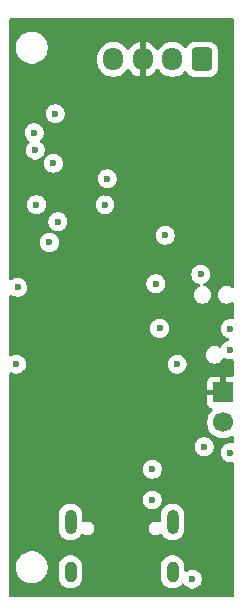
<source format=gbr>
%TF.GenerationSoftware,KiCad,Pcbnew,9.0.2*%
%TF.CreationDate,2025-06-14T09:22:04-04:00*%
%TF.ProjectId,plimsoll,706c696d-736f-46c6-9c2e-6b696361645f,rev?*%
%TF.SameCoordinates,Original*%
%TF.FileFunction,Copper,L3,Inr*%
%TF.FilePolarity,Positive*%
%FSLAX46Y46*%
G04 Gerber Fmt 4.6, Leading zero omitted, Abs format (unit mm)*
G04 Created by KiCad (PCBNEW 9.0.2) date 2025-06-14 09:22:04*
%MOMM*%
%LPD*%
G01*
G04 APERTURE LIST*
G04 Aperture macros list*
%AMRoundRect*
0 Rectangle with rounded corners*
0 $1 Rounding radius*
0 $2 $3 $4 $5 $6 $7 $8 $9 X,Y pos of 4 corners*
0 Add a 4 corners polygon primitive as box body*
4,1,4,$2,$3,$4,$5,$6,$7,$8,$9,$2,$3,0*
0 Add four circle primitives for the rounded corners*
1,1,$1+$1,$2,$3*
1,1,$1+$1,$4,$5*
1,1,$1+$1,$6,$7*
1,1,$1+$1,$8,$9*
0 Add four rect primitives between the rounded corners*
20,1,$1+$1,$2,$3,$4,$5,0*
20,1,$1+$1,$4,$5,$6,$7,0*
20,1,$1+$1,$6,$7,$8,$9,0*
20,1,$1+$1,$8,$9,$2,$3,0*%
G04 Aperture macros list end*
%TA.AperFunction,ComponentPad*%
%ADD10R,1.700000X1.700000*%
%TD*%
%TA.AperFunction,ComponentPad*%
%ADD11C,1.700000*%
%TD*%
%TA.AperFunction,ComponentPad*%
%ADD12RoundRect,0.250000X0.600000X0.725000X-0.600000X0.725000X-0.600000X-0.725000X0.600000X-0.725000X0*%
%TD*%
%TA.AperFunction,ComponentPad*%
%ADD13O,1.700000X1.950000*%
%TD*%
%TA.AperFunction,HeatsinkPad*%
%ADD14O,1.000000X2.100000*%
%TD*%
%TA.AperFunction,HeatsinkPad*%
%ADD15O,1.000000X1.800000*%
%TD*%
%TA.AperFunction,ViaPad*%
%ADD16C,0.600000*%
%TD*%
G04 APERTURE END LIST*
D10*
%TO.N,GND*%
%TO.C,J4*%
X38600000Y-52200000D03*
D11*
%TO.N,VBUS*%
X38600000Y-54740000D03*
%TD*%
D12*
%TO.N,/Signal+*%
%TO.C,J3*%
X36800000Y-24000000D03*
D13*
%TO.N,/Signal-*%
X34300000Y-24000000D03*
%TO.N,GND*%
X31800000Y-24000000D03*
%TO.N,+3.3VADC*%
X29300000Y-24000000D03*
%TD*%
D14*
%TO.N,Net-(J2-SHIELD)*%
%TO.C,J2*%
X25680000Y-63180000D03*
D15*
X25680000Y-67380000D03*
D14*
X34320000Y-63180000D03*
D15*
X34320000Y-67380000D03*
%TD*%
D16*
%TO.N,GND*%
X34700000Y-34000000D03*
X24200000Y-35556000D03*
X20800000Y-37700000D03*
X24600000Y-41600000D03*
X27800000Y-48400000D03*
X30800000Y-31300000D03*
X30800000Y-35300000D03*
X22200000Y-40100000D03*
X38400000Y-31100000D03*
X35200000Y-30400000D03*
X38100000Y-66800000D03*
X20800000Y-31100000D03*
X32600000Y-53900000D03*
X29900000Y-61059000D03*
X36000000Y-51800000D03*
X26600000Y-40800000D03*
X21400000Y-63600000D03*
X37600000Y-36800000D03*
X25174110Y-31600002D03*
X29000000Y-47600000D03*
X35800000Y-52600000D03*
X21100000Y-45300000D03*
X27200000Y-60900000D03*
X33700000Y-37700000D03*
X39200000Y-45700000D03*
X28800000Y-35300000D03*
X32600000Y-52600000D03*
X35800000Y-54300000D03*
X25200000Y-27000000D03*
X32000000Y-44000000D03*
X34500000Y-61200000D03*
X24800000Y-48000000D03*
X37900000Y-62600000D03*
%TO.N,VBUS*%
X32600000Y-61300000D03*
X36700000Y-42200000D03*
X37000000Y-56800000D03*
X32600000Y-58700000D03*
%TO.N,+3V3*%
X22800000Y-36300000D03*
X39200000Y-48600000D03*
X24601000Y-37735526D03*
X33700000Y-38900000D03*
X34700000Y-49800000D03*
X28600000Y-36300000D03*
X21200000Y-43300000D03*
X24236486Y-32800000D03*
X39200000Y-57300000D03*
X21100000Y-49800000D03*
%TO.N,/nRESET*%
X33219558Y-46776638D03*
X39200000Y-46800000D03*
%TO.N,/BOOT0*%
X23900000Y-39500000D03*
X32900000Y-43000000D03*
%TO.N,Net-(J2-SHIELD)*%
X36000000Y-68000000D03*
%TO.N,Net-(JP1-C)*%
X22600000Y-30200000D03*
%TO.N,Net-(JP2-C)*%
X24400000Y-28600000D03*
%TO.N,Net-(U6-XI)*%
X22700000Y-31674998D03*
X28800000Y-34100000D03*
%TD*%
%TA.AperFunction,Conductor*%
%TO.N,GND*%
G36*
X39442539Y-20520185D02*
G01*
X39488294Y-20572989D01*
X39499500Y-20624500D01*
X39499500Y-43214313D01*
X39479815Y-43281352D01*
X39427011Y-43327107D01*
X39357853Y-43337051D01*
X39306610Y-43317415D01*
X39234280Y-43269086D01*
X39234266Y-43269078D01*
X39118563Y-43221153D01*
X39098542Y-43212860D01*
X39098538Y-43212859D01*
X39098534Y-43212858D01*
X38954459Y-43184200D01*
X38954455Y-43184200D01*
X38807545Y-43184200D01*
X38807540Y-43184200D01*
X38663465Y-43212858D01*
X38663455Y-43212861D01*
X38527733Y-43269078D01*
X38527724Y-43269083D01*
X38405580Y-43350698D01*
X38405576Y-43350701D01*
X38301701Y-43454576D01*
X38301698Y-43454580D01*
X38220083Y-43576724D01*
X38220078Y-43576733D01*
X38163861Y-43712455D01*
X38163858Y-43712465D01*
X38135200Y-43856540D01*
X38135200Y-44003459D01*
X38163858Y-44147534D01*
X38163861Y-44147544D01*
X38220078Y-44283266D01*
X38220083Y-44283275D01*
X38301698Y-44405419D01*
X38301701Y-44405423D01*
X38405576Y-44509298D01*
X38405580Y-44509301D01*
X38527724Y-44590916D01*
X38527730Y-44590919D01*
X38527731Y-44590920D01*
X38663458Y-44647140D01*
X38807540Y-44675799D01*
X38807544Y-44675800D01*
X38807545Y-44675800D01*
X38954456Y-44675800D01*
X38954457Y-44675799D01*
X39098542Y-44647140D01*
X39234269Y-44590920D01*
X39306609Y-44542584D01*
X39373286Y-44521706D01*
X39440666Y-44540190D01*
X39487357Y-44592169D01*
X39499500Y-44645686D01*
X39499500Y-45892297D01*
X39479815Y-45959336D01*
X39427011Y-46005091D01*
X39357853Y-46015035D01*
X39351309Y-46013914D01*
X39278845Y-45999500D01*
X39278842Y-45999500D01*
X39121158Y-45999500D01*
X39121155Y-45999500D01*
X38966510Y-46030261D01*
X38966498Y-46030264D01*
X38820827Y-46090602D01*
X38820814Y-46090609D01*
X38689711Y-46178210D01*
X38689707Y-46178213D01*
X38578213Y-46289707D01*
X38578210Y-46289711D01*
X38490609Y-46420814D01*
X38490602Y-46420827D01*
X38430264Y-46566498D01*
X38430261Y-46566510D01*
X38399500Y-46721153D01*
X38399500Y-46878846D01*
X38430261Y-47033489D01*
X38430264Y-47033501D01*
X38490602Y-47179172D01*
X38490609Y-47179185D01*
X38578210Y-47310288D01*
X38578213Y-47310292D01*
X38689707Y-47421786D01*
X38689711Y-47421789D01*
X38820814Y-47509390D01*
X38820827Y-47509397D01*
X38910104Y-47546376D01*
X38966503Y-47569737D01*
X38966507Y-47569737D01*
X38966508Y-47569738D01*
X39009967Y-47578383D01*
X39071878Y-47610768D01*
X39106452Y-47671484D01*
X39102712Y-47741253D01*
X39061845Y-47797925D01*
X39009967Y-47821617D01*
X38966508Y-47830261D01*
X38966498Y-47830264D01*
X38820827Y-47890602D01*
X38820814Y-47890609D01*
X38689711Y-47978210D01*
X38689707Y-47978213D01*
X38578213Y-48089707D01*
X38578210Y-48089711D01*
X38490609Y-48220814D01*
X38490604Y-48220823D01*
X38447782Y-48324207D01*
X38403941Y-48378610D01*
X38337647Y-48400675D01*
X38269948Y-48383396D01*
X38264331Y-48379857D01*
X38218273Y-48349082D01*
X38218266Y-48349078D01*
X38082544Y-48292861D01*
X38082545Y-48292861D01*
X38082542Y-48292860D01*
X38082538Y-48292859D01*
X38082534Y-48292858D01*
X37938459Y-48264200D01*
X37938455Y-48264200D01*
X37791545Y-48264200D01*
X37791540Y-48264200D01*
X37647465Y-48292858D01*
X37647455Y-48292861D01*
X37511733Y-48349078D01*
X37511724Y-48349083D01*
X37389580Y-48430698D01*
X37389576Y-48430701D01*
X37285701Y-48534576D01*
X37285698Y-48534580D01*
X37204083Y-48656724D01*
X37204078Y-48656733D01*
X37147861Y-48792455D01*
X37147858Y-48792465D01*
X37119200Y-48936540D01*
X37119200Y-49083459D01*
X37147858Y-49227534D01*
X37147861Y-49227544D01*
X37204078Y-49363266D01*
X37204083Y-49363275D01*
X37285698Y-49485419D01*
X37285701Y-49485423D01*
X37389576Y-49589298D01*
X37389580Y-49589301D01*
X37511724Y-49670916D01*
X37511730Y-49670919D01*
X37511731Y-49670920D01*
X37647458Y-49727140D01*
X37791540Y-49755799D01*
X37791544Y-49755800D01*
X37791545Y-49755800D01*
X37938456Y-49755800D01*
X37938457Y-49755799D01*
X38082542Y-49727140D01*
X38218269Y-49670920D01*
X38340420Y-49589301D01*
X38444301Y-49485420D01*
X38525920Y-49363269D01*
X38549503Y-49306332D01*
X38593343Y-49251931D01*
X38659637Y-49229865D01*
X38727336Y-49247143D01*
X38732955Y-49250684D01*
X38820814Y-49309390D01*
X38820827Y-49309397D01*
X38950902Y-49363275D01*
X38966503Y-49369737D01*
X39121153Y-49400499D01*
X39121156Y-49400500D01*
X39121158Y-49400500D01*
X39278843Y-49400500D01*
X39294564Y-49397372D01*
X39351309Y-49386085D01*
X39420899Y-49392312D01*
X39476077Y-49435174D01*
X39499322Y-49501063D01*
X39499500Y-49507702D01*
X39499500Y-50726000D01*
X39479815Y-50793039D01*
X39427011Y-50838794D01*
X39375500Y-50850000D01*
X38850000Y-50850000D01*
X38850000Y-51766988D01*
X38792993Y-51734075D01*
X38665826Y-51700000D01*
X38534174Y-51700000D01*
X38407007Y-51734075D01*
X38350000Y-51766988D01*
X38350000Y-50850000D01*
X37702155Y-50850000D01*
X37642627Y-50856401D01*
X37642620Y-50856403D01*
X37507913Y-50906645D01*
X37507906Y-50906649D01*
X37392812Y-50992809D01*
X37392809Y-50992812D01*
X37306649Y-51107906D01*
X37306645Y-51107913D01*
X37256403Y-51242620D01*
X37256401Y-51242627D01*
X37250000Y-51302155D01*
X37250000Y-51950000D01*
X38166988Y-51950000D01*
X38134075Y-52007007D01*
X38100000Y-52134174D01*
X38100000Y-52265826D01*
X38134075Y-52392993D01*
X38166988Y-52450000D01*
X37250000Y-52450000D01*
X37250000Y-53097844D01*
X37256401Y-53157372D01*
X37256403Y-53157379D01*
X37306645Y-53292086D01*
X37306649Y-53292093D01*
X37392809Y-53407187D01*
X37392812Y-53407190D01*
X37507906Y-53493350D01*
X37507913Y-53493354D01*
X37639470Y-53542422D01*
X37695404Y-53584293D01*
X37719821Y-53649758D01*
X37704969Y-53718031D01*
X37683819Y-53746285D01*
X37569889Y-53860215D01*
X37444951Y-54032179D01*
X37348444Y-54221585D01*
X37282753Y-54423760D01*
X37249500Y-54633713D01*
X37249500Y-54846286D01*
X37282753Y-55056239D01*
X37348444Y-55258414D01*
X37444951Y-55447820D01*
X37569890Y-55619786D01*
X37720213Y-55770109D01*
X37892179Y-55895048D01*
X37892181Y-55895049D01*
X37892184Y-55895051D01*
X38081588Y-55991557D01*
X38283757Y-56057246D01*
X38493713Y-56090500D01*
X38493714Y-56090500D01*
X38706286Y-56090500D01*
X38706287Y-56090500D01*
X38916243Y-56057246D01*
X39118412Y-55991557D01*
X39307816Y-55895051D01*
X39307834Y-55895037D01*
X39310710Y-55893277D01*
X39311962Y-55892938D01*
X39312157Y-55892839D01*
X39312177Y-55892879D01*
X39378156Y-55875033D01*
X39444759Y-55896150D01*
X39489372Y-55949921D01*
X39499500Y-55999005D01*
X39499500Y-56392297D01*
X39479815Y-56459336D01*
X39427011Y-56505091D01*
X39357853Y-56515035D01*
X39351309Y-56513914D01*
X39278845Y-56499500D01*
X39278842Y-56499500D01*
X39121158Y-56499500D01*
X39121155Y-56499500D01*
X38966510Y-56530261D01*
X38966498Y-56530264D01*
X38820827Y-56590602D01*
X38820814Y-56590609D01*
X38689711Y-56678210D01*
X38689707Y-56678213D01*
X38578213Y-56789707D01*
X38578210Y-56789711D01*
X38490609Y-56920814D01*
X38490602Y-56920827D01*
X38430264Y-57066498D01*
X38430261Y-57066510D01*
X38399500Y-57221153D01*
X38399500Y-57378846D01*
X38430261Y-57533489D01*
X38430264Y-57533501D01*
X38490602Y-57679172D01*
X38490609Y-57679185D01*
X38578210Y-57810288D01*
X38578213Y-57810292D01*
X38689707Y-57921786D01*
X38689711Y-57921789D01*
X38820814Y-58009390D01*
X38820827Y-58009397D01*
X38966498Y-58069735D01*
X38966503Y-58069737D01*
X39121153Y-58100499D01*
X39121156Y-58100500D01*
X39121158Y-58100500D01*
X39278843Y-58100500D01*
X39294564Y-58097372D01*
X39351309Y-58086085D01*
X39420899Y-58092312D01*
X39476077Y-58135174D01*
X39499322Y-58201063D01*
X39499500Y-58207702D01*
X39499500Y-69375500D01*
X39479815Y-69442539D01*
X39427011Y-69488294D01*
X39375500Y-69499500D01*
X20624500Y-69499500D01*
X20557461Y-69479815D01*
X20511706Y-69427011D01*
X20500500Y-69375500D01*
X20500500Y-66893713D01*
X21049500Y-66893713D01*
X21049500Y-67106287D01*
X21082754Y-67316243D01*
X21139117Y-67489711D01*
X21148444Y-67518414D01*
X21244951Y-67707820D01*
X21369890Y-67879786D01*
X21520213Y-68030109D01*
X21692179Y-68155048D01*
X21692181Y-68155049D01*
X21692184Y-68155051D01*
X21881588Y-68251557D01*
X22083757Y-68317246D01*
X22293713Y-68350500D01*
X22293714Y-68350500D01*
X22506286Y-68350500D01*
X22506287Y-68350500D01*
X22716243Y-68317246D01*
X22918412Y-68251557D01*
X23107816Y-68155051D01*
X23212707Y-68078844D01*
X23279786Y-68030109D01*
X23279788Y-68030106D01*
X23279792Y-68030104D01*
X23430104Y-67879792D01*
X23430106Y-67879788D01*
X23430109Y-67879786D01*
X23431012Y-67878543D01*
X24679499Y-67878543D01*
X24717947Y-68071829D01*
X24717950Y-68071839D01*
X24793364Y-68253907D01*
X24793371Y-68253920D01*
X24902860Y-68417781D01*
X24902863Y-68417785D01*
X25042214Y-68557136D01*
X25042218Y-68557139D01*
X25206079Y-68666628D01*
X25206092Y-68666635D01*
X25388160Y-68742049D01*
X25388165Y-68742051D01*
X25388169Y-68742051D01*
X25388170Y-68742052D01*
X25581456Y-68780500D01*
X25581459Y-68780500D01*
X25778543Y-68780500D01*
X25908582Y-68754632D01*
X25971835Y-68742051D01*
X26153914Y-68666632D01*
X26317782Y-68557139D01*
X26457139Y-68417782D01*
X26566632Y-68253914D01*
X26642051Y-68071835D01*
X26672023Y-67921158D01*
X26680500Y-67878543D01*
X33319499Y-67878543D01*
X33357947Y-68071829D01*
X33357950Y-68071839D01*
X33433364Y-68253907D01*
X33433371Y-68253920D01*
X33542860Y-68417781D01*
X33542863Y-68417785D01*
X33682214Y-68557136D01*
X33682218Y-68557139D01*
X33846079Y-68666628D01*
X33846092Y-68666635D01*
X34028160Y-68742049D01*
X34028165Y-68742051D01*
X34028169Y-68742051D01*
X34028170Y-68742052D01*
X34221456Y-68780500D01*
X34221459Y-68780500D01*
X34418543Y-68780500D01*
X34548582Y-68754632D01*
X34611835Y-68742051D01*
X34793914Y-68666632D01*
X34957782Y-68557139D01*
X35097139Y-68417782D01*
X35103666Y-68408012D01*
X35157277Y-68363208D01*
X35226602Y-68354499D01*
X35289630Y-68384653D01*
X35309871Y-68408012D01*
X35378210Y-68510288D01*
X35378213Y-68510292D01*
X35489707Y-68621786D01*
X35489711Y-68621789D01*
X35620814Y-68709390D01*
X35620827Y-68709397D01*
X35766498Y-68769735D01*
X35766503Y-68769737D01*
X35921153Y-68800499D01*
X35921156Y-68800500D01*
X35921158Y-68800500D01*
X36078844Y-68800500D01*
X36078845Y-68800499D01*
X36233497Y-68769737D01*
X36379179Y-68709394D01*
X36510289Y-68621789D01*
X36621789Y-68510289D01*
X36709394Y-68379179D01*
X36769737Y-68233497D01*
X36800500Y-68078842D01*
X36800500Y-67921158D01*
X36800500Y-67921155D01*
X36800499Y-67921153D01*
X36792272Y-67879792D01*
X36769737Y-67766503D01*
X36745428Y-67707816D01*
X36709397Y-67620827D01*
X36709390Y-67620814D01*
X36621789Y-67489711D01*
X36621786Y-67489707D01*
X36510292Y-67378213D01*
X36510288Y-67378210D01*
X36379185Y-67290609D01*
X36379172Y-67290602D01*
X36233501Y-67230264D01*
X36233489Y-67230261D01*
X36078845Y-67199500D01*
X36078842Y-67199500D01*
X35921158Y-67199500D01*
X35921155Y-67199500D01*
X35766510Y-67230261D01*
X35766498Y-67230264D01*
X35620827Y-67290602D01*
X35620814Y-67290609D01*
X35513391Y-67362388D01*
X35446713Y-67383266D01*
X35379333Y-67364782D01*
X35332643Y-67312803D01*
X35320500Y-67259286D01*
X35320500Y-66881456D01*
X35282052Y-66688170D01*
X35282051Y-66688169D01*
X35282051Y-66688165D01*
X35280225Y-66683757D01*
X35206635Y-66506092D01*
X35206628Y-66506079D01*
X35097139Y-66342218D01*
X35097136Y-66342214D01*
X34957785Y-66202863D01*
X34957781Y-66202860D01*
X34793920Y-66093371D01*
X34793907Y-66093364D01*
X34611839Y-66017950D01*
X34611829Y-66017947D01*
X34418543Y-65979500D01*
X34418541Y-65979500D01*
X34221459Y-65979500D01*
X34221457Y-65979500D01*
X34028170Y-66017947D01*
X34028160Y-66017950D01*
X33846092Y-66093364D01*
X33846079Y-66093371D01*
X33682218Y-66202860D01*
X33682214Y-66202863D01*
X33542863Y-66342214D01*
X33542860Y-66342218D01*
X33433371Y-66506079D01*
X33433364Y-66506092D01*
X33357950Y-66688160D01*
X33357947Y-66688170D01*
X33319500Y-66881456D01*
X33319500Y-66881459D01*
X33319500Y-67878541D01*
X33319500Y-67878543D01*
X33319499Y-67878543D01*
X26680500Y-67878543D01*
X26680500Y-66881456D01*
X26642052Y-66688170D01*
X26642051Y-66688169D01*
X26642051Y-66688165D01*
X26640225Y-66683757D01*
X26566635Y-66506092D01*
X26566628Y-66506079D01*
X26457139Y-66342218D01*
X26457136Y-66342214D01*
X26317785Y-66202863D01*
X26317781Y-66202860D01*
X26153920Y-66093371D01*
X26153907Y-66093364D01*
X25971839Y-66017950D01*
X25971829Y-66017947D01*
X25778543Y-65979500D01*
X25778541Y-65979500D01*
X25581459Y-65979500D01*
X25581457Y-65979500D01*
X25388170Y-66017947D01*
X25388160Y-66017950D01*
X25206092Y-66093364D01*
X25206079Y-66093371D01*
X25042218Y-66202860D01*
X25042214Y-66202863D01*
X24902863Y-66342214D01*
X24902860Y-66342218D01*
X24793371Y-66506079D01*
X24793364Y-66506092D01*
X24717950Y-66688160D01*
X24717947Y-66688170D01*
X24679500Y-66881456D01*
X24679500Y-66881459D01*
X24679500Y-67878541D01*
X24679500Y-67878543D01*
X24679499Y-67878543D01*
X23431012Y-67878543D01*
X23555048Y-67707820D01*
X23555047Y-67707820D01*
X23555051Y-67707816D01*
X23651557Y-67518412D01*
X23717246Y-67316243D01*
X23750500Y-67106287D01*
X23750500Y-66893713D01*
X23717246Y-66683757D01*
X23651557Y-66481588D01*
X23555051Y-66292184D01*
X23555049Y-66292181D01*
X23555048Y-66292179D01*
X23430109Y-66120213D01*
X23279786Y-65969890D01*
X23107820Y-65844951D01*
X22918414Y-65748444D01*
X22918413Y-65748443D01*
X22918412Y-65748443D01*
X22716243Y-65682754D01*
X22716241Y-65682753D01*
X22716240Y-65682753D01*
X22554957Y-65657208D01*
X22506287Y-65649500D01*
X22293713Y-65649500D01*
X22245042Y-65657208D01*
X22083760Y-65682753D01*
X21881585Y-65748444D01*
X21692179Y-65844951D01*
X21520213Y-65969890D01*
X21369890Y-66120213D01*
X21244951Y-66292179D01*
X21148444Y-66481585D01*
X21082753Y-66683760D01*
X21082055Y-66688170D01*
X21049500Y-66893713D01*
X20500500Y-66893713D01*
X20500500Y-63828543D01*
X24679499Y-63828543D01*
X24717947Y-64021829D01*
X24717950Y-64021839D01*
X24793364Y-64203907D01*
X24793371Y-64203920D01*
X24902860Y-64367781D01*
X24902863Y-64367785D01*
X25042214Y-64507136D01*
X25042218Y-64507139D01*
X25206079Y-64616628D01*
X25206092Y-64616635D01*
X25388160Y-64692049D01*
X25388165Y-64692051D01*
X25388169Y-64692051D01*
X25388170Y-64692052D01*
X25581456Y-64730500D01*
X25581459Y-64730500D01*
X25778543Y-64730500D01*
X25908582Y-64704632D01*
X25971835Y-64692051D01*
X26153914Y-64616632D01*
X26317782Y-64507139D01*
X26457139Y-64367782D01*
X26566632Y-64203914D01*
X26566635Y-64203906D01*
X26569446Y-64198648D01*
X26618405Y-64148800D01*
X26686542Y-64133335D01*
X26752223Y-64157163D01*
X26754300Y-64158722D01*
X26756632Y-64160512D01*
X26756635Y-64160515D01*
X26887865Y-64236281D01*
X27034234Y-64275500D01*
X27034236Y-64275500D01*
X27185764Y-64275500D01*
X27185766Y-64275500D01*
X27332135Y-64236281D01*
X27463365Y-64160515D01*
X27570515Y-64053365D01*
X27646281Y-63922135D01*
X27685500Y-63775766D01*
X27685500Y-63624234D01*
X32314500Y-63624234D01*
X32314500Y-63775765D01*
X32353719Y-63922136D01*
X32391602Y-63987750D01*
X32429485Y-64053365D01*
X32536635Y-64160515D01*
X32667865Y-64236281D01*
X32814234Y-64275500D01*
X32814236Y-64275500D01*
X32965764Y-64275500D01*
X32965766Y-64275500D01*
X33112135Y-64236281D01*
X33243365Y-64160515D01*
X33243372Y-64160507D01*
X33245694Y-64158726D01*
X33248021Y-64157825D01*
X33250403Y-64156451D01*
X33250617Y-64156822D01*
X33310861Y-64133525D01*
X33379307Y-64147556D01*
X33429302Y-64196365D01*
X33430551Y-64198644D01*
X33433369Y-64203916D01*
X33542860Y-64367781D01*
X33542863Y-64367785D01*
X33682214Y-64507136D01*
X33682218Y-64507139D01*
X33846079Y-64616628D01*
X33846092Y-64616635D01*
X34028160Y-64692049D01*
X34028165Y-64692051D01*
X34028169Y-64692051D01*
X34028170Y-64692052D01*
X34221456Y-64730500D01*
X34221459Y-64730500D01*
X34418543Y-64730500D01*
X34548582Y-64704632D01*
X34611835Y-64692051D01*
X34793914Y-64616632D01*
X34957782Y-64507139D01*
X35097139Y-64367782D01*
X35206632Y-64203914D01*
X35282051Y-64021835D01*
X35320500Y-63828541D01*
X35320500Y-62531459D01*
X35320500Y-62531456D01*
X35282052Y-62338170D01*
X35282051Y-62338169D01*
X35282051Y-62338165D01*
X35282049Y-62338160D01*
X35206635Y-62156092D01*
X35206628Y-62156079D01*
X35097139Y-61992218D01*
X35097136Y-61992214D01*
X34957785Y-61852863D01*
X34957781Y-61852860D01*
X34793920Y-61743371D01*
X34793907Y-61743364D01*
X34611839Y-61667950D01*
X34611829Y-61667947D01*
X34418543Y-61629500D01*
X34418541Y-61629500D01*
X34221459Y-61629500D01*
X34221457Y-61629500D01*
X34028170Y-61667947D01*
X34028160Y-61667950D01*
X33846092Y-61743364D01*
X33846079Y-61743371D01*
X33682218Y-61852860D01*
X33682214Y-61852863D01*
X33542863Y-61992214D01*
X33542860Y-61992218D01*
X33433371Y-62156079D01*
X33433364Y-62156092D01*
X33357950Y-62338160D01*
X33357947Y-62338170D01*
X33319500Y-62531456D01*
X33319500Y-63068666D01*
X33299815Y-63135705D01*
X33247011Y-63181460D01*
X33177853Y-63191404D01*
X33133501Y-63176054D01*
X33112137Y-63163719D01*
X33007584Y-63135705D01*
X32965766Y-63124500D01*
X32814234Y-63124500D01*
X32667863Y-63163719D01*
X32536635Y-63239485D01*
X32536632Y-63239487D01*
X32429487Y-63346632D01*
X32429485Y-63346635D01*
X32353719Y-63477863D01*
X32314500Y-63624234D01*
X27685500Y-63624234D01*
X27646281Y-63477865D01*
X27570515Y-63346635D01*
X27463365Y-63239485D01*
X27380087Y-63191404D01*
X27332136Y-63163719D01*
X27227584Y-63135705D01*
X27185766Y-63124500D01*
X27034234Y-63124500D01*
X26887862Y-63163719D01*
X26866499Y-63176054D01*
X26798598Y-63192525D01*
X26732572Y-63169673D01*
X26689382Y-63114751D01*
X26680500Y-63068666D01*
X26680500Y-62531456D01*
X26642052Y-62338170D01*
X26642051Y-62338169D01*
X26642051Y-62338165D01*
X26642049Y-62338160D01*
X26566635Y-62156092D01*
X26566628Y-62156079D01*
X26457139Y-61992218D01*
X26457136Y-61992214D01*
X26317785Y-61852863D01*
X26317781Y-61852860D01*
X26153920Y-61743371D01*
X26153907Y-61743364D01*
X25971839Y-61667950D01*
X25971829Y-61667947D01*
X25778543Y-61629500D01*
X25778541Y-61629500D01*
X25581459Y-61629500D01*
X25581457Y-61629500D01*
X25388170Y-61667947D01*
X25388160Y-61667950D01*
X25206092Y-61743364D01*
X25206079Y-61743371D01*
X25042218Y-61852860D01*
X25042214Y-61852863D01*
X24902863Y-61992214D01*
X24902860Y-61992218D01*
X24793371Y-62156079D01*
X24793364Y-62156092D01*
X24717950Y-62338160D01*
X24717947Y-62338170D01*
X24679500Y-62531456D01*
X24679500Y-62531459D01*
X24679500Y-63828541D01*
X24679500Y-63828543D01*
X24679499Y-63828543D01*
X20500500Y-63828543D01*
X20500500Y-61221153D01*
X31799500Y-61221153D01*
X31799500Y-61378846D01*
X31830261Y-61533489D01*
X31830264Y-61533501D01*
X31890602Y-61679172D01*
X31890609Y-61679185D01*
X31978210Y-61810288D01*
X31978213Y-61810292D01*
X32089707Y-61921786D01*
X32089711Y-61921789D01*
X32220814Y-62009390D01*
X32220827Y-62009397D01*
X32366498Y-62069735D01*
X32366503Y-62069737D01*
X32521153Y-62100499D01*
X32521156Y-62100500D01*
X32521158Y-62100500D01*
X32678844Y-62100500D01*
X32678845Y-62100499D01*
X32833497Y-62069737D01*
X32979179Y-62009394D01*
X33110289Y-61921789D01*
X33221789Y-61810289D01*
X33309394Y-61679179D01*
X33369737Y-61533497D01*
X33400500Y-61378842D01*
X33400500Y-61221158D01*
X33400500Y-61221155D01*
X33400499Y-61221153D01*
X33369738Y-61066510D01*
X33369737Y-61066503D01*
X33369735Y-61066498D01*
X33309397Y-60920827D01*
X33309390Y-60920814D01*
X33221789Y-60789711D01*
X33221786Y-60789707D01*
X33110292Y-60678213D01*
X33110288Y-60678210D01*
X32979185Y-60590609D01*
X32979172Y-60590602D01*
X32833501Y-60530264D01*
X32833489Y-60530261D01*
X32678845Y-60499500D01*
X32678842Y-60499500D01*
X32521158Y-60499500D01*
X32521155Y-60499500D01*
X32366510Y-60530261D01*
X32366498Y-60530264D01*
X32220827Y-60590602D01*
X32220814Y-60590609D01*
X32089711Y-60678210D01*
X32089707Y-60678213D01*
X31978213Y-60789707D01*
X31978210Y-60789711D01*
X31890609Y-60920814D01*
X31890602Y-60920827D01*
X31830264Y-61066498D01*
X31830261Y-61066510D01*
X31799500Y-61221153D01*
X20500500Y-61221153D01*
X20500500Y-58621153D01*
X31799500Y-58621153D01*
X31799500Y-58778846D01*
X31830261Y-58933489D01*
X31830264Y-58933501D01*
X31890602Y-59079172D01*
X31890609Y-59079185D01*
X31978210Y-59210288D01*
X31978213Y-59210292D01*
X32089707Y-59321786D01*
X32089711Y-59321789D01*
X32220814Y-59409390D01*
X32220827Y-59409397D01*
X32366498Y-59469735D01*
X32366503Y-59469737D01*
X32521153Y-59500499D01*
X32521156Y-59500500D01*
X32521158Y-59500500D01*
X32678844Y-59500500D01*
X32678845Y-59500499D01*
X32833497Y-59469737D01*
X32979179Y-59409394D01*
X33110289Y-59321789D01*
X33221789Y-59210289D01*
X33309394Y-59079179D01*
X33369737Y-58933497D01*
X33400500Y-58778842D01*
X33400500Y-58621158D01*
X33400500Y-58621155D01*
X33400499Y-58621153D01*
X33369738Y-58466510D01*
X33369737Y-58466503D01*
X33369735Y-58466498D01*
X33309397Y-58320827D01*
X33309390Y-58320814D01*
X33221789Y-58189711D01*
X33221786Y-58189707D01*
X33110292Y-58078213D01*
X33110288Y-58078210D01*
X32979185Y-57990609D01*
X32979172Y-57990602D01*
X32833501Y-57930264D01*
X32833489Y-57930261D01*
X32678845Y-57899500D01*
X32678842Y-57899500D01*
X32521158Y-57899500D01*
X32521155Y-57899500D01*
X32366510Y-57930261D01*
X32366498Y-57930264D01*
X32220827Y-57990602D01*
X32220814Y-57990609D01*
X32089711Y-58078210D01*
X32089707Y-58078213D01*
X31978213Y-58189707D01*
X31978210Y-58189711D01*
X31890609Y-58320814D01*
X31890602Y-58320827D01*
X31830264Y-58466498D01*
X31830261Y-58466510D01*
X31799500Y-58621153D01*
X20500500Y-58621153D01*
X20500500Y-56721153D01*
X36199500Y-56721153D01*
X36199500Y-56878846D01*
X36230261Y-57033489D01*
X36230264Y-57033501D01*
X36290602Y-57179172D01*
X36290609Y-57179185D01*
X36378210Y-57310288D01*
X36378213Y-57310292D01*
X36489707Y-57421786D01*
X36489711Y-57421789D01*
X36620814Y-57509390D01*
X36620827Y-57509397D01*
X36766498Y-57569735D01*
X36766503Y-57569737D01*
X36921153Y-57600499D01*
X36921156Y-57600500D01*
X36921158Y-57600500D01*
X37078844Y-57600500D01*
X37078845Y-57600499D01*
X37233497Y-57569737D01*
X37379179Y-57509394D01*
X37510289Y-57421789D01*
X37621789Y-57310289D01*
X37709394Y-57179179D01*
X37769737Y-57033497D01*
X37800500Y-56878842D01*
X37800500Y-56721158D01*
X37800500Y-56721155D01*
X37800499Y-56721153D01*
X37774531Y-56590606D01*
X37769737Y-56566503D01*
X37766050Y-56557602D01*
X37709397Y-56420827D01*
X37709390Y-56420814D01*
X37621789Y-56289711D01*
X37621786Y-56289707D01*
X37510292Y-56178213D01*
X37510288Y-56178210D01*
X37379185Y-56090609D01*
X37379172Y-56090602D01*
X37233501Y-56030264D01*
X37233489Y-56030261D01*
X37078845Y-55999500D01*
X37078842Y-55999500D01*
X36921158Y-55999500D01*
X36921155Y-55999500D01*
X36766510Y-56030261D01*
X36766498Y-56030264D01*
X36620827Y-56090602D01*
X36620814Y-56090609D01*
X36489711Y-56178210D01*
X36489707Y-56178213D01*
X36378213Y-56289707D01*
X36378210Y-56289711D01*
X36290609Y-56420814D01*
X36290602Y-56420827D01*
X36230264Y-56566498D01*
X36230261Y-56566510D01*
X36199500Y-56721153D01*
X20500500Y-56721153D01*
X20500500Y-50594168D01*
X20520185Y-50527129D01*
X20572989Y-50481374D01*
X20642147Y-50471430D01*
X20693392Y-50491067D01*
X20720812Y-50509389D01*
X20720827Y-50509397D01*
X20866498Y-50569735D01*
X20866503Y-50569737D01*
X21021153Y-50600499D01*
X21021156Y-50600500D01*
X21021158Y-50600500D01*
X21178844Y-50600500D01*
X21178845Y-50600499D01*
X21333497Y-50569737D01*
X21479179Y-50509394D01*
X21610289Y-50421789D01*
X21721789Y-50310289D01*
X21809394Y-50179179D01*
X21869737Y-50033497D01*
X21900500Y-49878842D01*
X21900500Y-49721158D01*
X21900500Y-49721155D01*
X21900499Y-49721153D01*
X33899500Y-49721153D01*
X33899500Y-49878846D01*
X33930261Y-50033489D01*
X33930264Y-50033501D01*
X33990602Y-50179172D01*
X33990609Y-50179185D01*
X34078210Y-50310288D01*
X34078213Y-50310292D01*
X34189707Y-50421786D01*
X34189711Y-50421789D01*
X34320814Y-50509390D01*
X34320827Y-50509397D01*
X34466498Y-50569735D01*
X34466503Y-50569737D01*
X34621153Y-50600499D01*
X34621156Y-50600500D01*
X34621158Y-50600500D01*
X34778844Y-50600500D01*
X34778845Y-50600499D01*
X34933497Y-50569737D01*
X35079179Y-50509394D01*
X35210289Y-50421789D01*
X35321789Y-50310289D01*
X35409394Y-50179179D01*
X35469737Y-50033497D01*
X35500500Y-49878842D01*
X35500500Y-49721158D01*
X35500500Y-49721155D01*
X35500499Y-49721153D01*
X35490506Y-49670916D01*
X35469737Y-49566503D01*
X35436151Y-49485419D01*
X35409397Y-49420827D01*
X35409390Y-49420814D01*
X35321789Y-49289711D01*
X35321786Y-49289707D01*
X35210292Y-49178213D01*
X35210288Y-49178210D01*
X35079185Y-49090609D01*
X35079172Y-49090602D01*
X34933501Y-49030264D01*
X34933489Y-49030261D01*
X34778845Y-48999500D01*
X34778842Y-48999500D01*
X34621158Y-48999500D01*
X34621155Y-48999500D01*
X34466510Y-49030261D01*
X34466498Y-49030264D01*
X34320827Y-49090602D01*
X34320814Y-49090609D01*
X34189711Y-49178210D01*
X34189707Y-49178213D01*
X34078213Y-49289707D01*
X34078210Y-49289711D01*
X33990609Y-49420814D01*
X33990602Y-49420827D01*
X33930264Y-49566498D01*
X33930261Y-49566510D01*
X33899500Y-49721153D01*
X21900499Y-49721153D01*
X21890506Y-49670916D01*
X21869737Y-49566503D01*
X21836151Y-49485419D01*
X21809397Y-49420827D01*
X21809390Y-49420814D01*
X21721789Y-49289711D01*
X21721786Y-49289707D01*
X21610292Y-49178213D01*
X21610288Y-49178210D01*
X21479185Y-49090609D01*
X21479172Y-49090602D01*
X21333501Y-49030264D01*
X21333489Y-49030261D01*
X21178845Y-48999500D01*
X21178842Y-48999500D01*
X21021158Y-48999500D01*
X21021155Y-48999500D01*
X20866510Y-49030261D01*
X20866498Y-49030264D01*
X20720827Y-49090602D01*
X20720816Y-49090608D01*
X20693390Y-49108934D01*
X20626712Y-49129811D01*
X20559332Y-49111326D01*
X20512643Y-49059346D01*
X20500500Y-49005831D01*
X20500500Y-46697791D01*
X32419058Y-46697791D01*
X32419058Y-46855484D01*
X32449819Y-47010127D01*
X32449822Y-47010139D01*
X32510160Y-47155810D01*
X32510167Y-47155823D01*
X32597768Y-47286926D01*
X32597771Y-47286930D01*
X32709265Y-47398424D01*
X32709269Y-47398427D01*
X32840372Y-47486028D01*
X32840385Y-47486035D01*
X32976457Y-47542397D01*
X32986061Y-47546375D01*
X33103499Y-47569735D01*
X33140711Y-47577137D01*
X33140714Y-47577138D01*
X33140716Y-47577138D01*
X33298402Y-47577138D01*
X33298403Y-47577137D01*
X33453055Y-47546375D01*
X33598737Y-47486032D01*
X33729847Y-47398427D01*
X33841347Y-47286927D01*
X33928952Y-47155817D01*
X33989295Y-47010135D01*
X34020058Y-46855480D01*
X34020058Y-46697796D01*
X34020058Y-46697793D01*
X34020057Y-46697791D01*
X33989296Y-46543148D01*
X33989295Y-46543141D01*
X33989293Y-46543136D01*
X33928955Y-46397465D01*
X33928948Y-46397452D01*
X33841347Y-46266349D01*
X33841344Y-46266345D01*
X33729850Y-46154851D01*
X33729846Y-46154848D01*
X33598743Y-46067247D01*
X33598730Y-46067240D01*
X33453059Y-46006902D01*
X33453047Y-46006899D01*
X33298403Y-45976138D01*
X33298400Y-45976138D01*
X33140716Y-45976138D01*
X33140713Y-45976138D01*
X32986068Y-46006899D01*
X32986056Y-46006902D01*
X32840385Y-46067240D01*
X32840372Y-46067247D01*
X32709269Y-46154848D01*
X32709265Y-46154851D01*
X32597771Y-46266345D01*
X32597768Y-46266349D01*
X32510167Y-46397452D01*
X32510160Y-46397465D01*
X32449822Y-46543136D01*
X32449819Y-46543148D01*
X32419058Y-46697791D01*
X20500500Y-46697791D01*
X20500500Y-44027350D01*
X20520185Y-43960311D01*
X20572989Y-43914556D01*
X20642147Y-43904612D01*
X20693391Y-43924248D01*
X20820814Y-44009390D01*
X20820827Y-44009397D01*
X20966498Y-44069735D01*
X20966503Y-44069737D01*
X21121153Y-44100499D01*
X21121156Y-44100500D01*
X21121158Y-44100500D01*
X21278844Y-44100500D01*
X21278845Y-44100499D01*
X21433497Y-44069737D01*
X21579179Y-44009394D01*
X21710289Y-43921789D01*
X21821789Y-43810289D01*
X21909394Y-43679179D01*
X21969737Y-43533497D01*
X22000500Y-43378842D01*
X22000500Y-43221158D01*
X22000500Y-43221155D01*
X22000499Y-43221153D01*
X21995467Y-43195854D01*
X21969737Y-43066503D01*
X21938476Y-42991031D01*
X21926666Y-42962518D01*
X21909532Y-42921153D01*
X32099500Y-42921153D01*
X32099500Y-43078846D01*
X32130261Y-43233489D01*
X32130264Y-43233501D01*
X32190602Y-43379172D01*
X32190609Y-43379185D01*
X32278210Y-43510288D01*
X32278213Y-43510292D01*
X32389707Y-43621786D01*
X32389711Y-43621789D01*
X32520814Y-43709390D01*
X32520827Y-43709397D01*
X32666498Y-43769735D01*
X32666503Y-43769737D01*
X32821153Y-43800499D01*
X32821156Y-43800500D01*
X32821158Y-43800500D01*
X32978844Y-43800500D01*
X32978845Y-43800499D01*
X33133497Y-43769737D01*
X33279179Y-43709394D01*
X33410289Y-43621789D01*
X33521789Y-43510289D01*
X33609394Y-43379179D01*
X33669737Y-43233497D01*
X33700500Y-43078842D01*
X33700500Y-42921158D01*
X33700500Y-42921155D01*
X33700499Y-42921153D01*
X33680734Y-42821789D01*
X33669737Y-42766503D01*
X33646452Y-42710288D01*
X33609397Y-42620827D01*
X33609390Y-42620814D01*
X33521789Y-42489711D01*
X33521786Y-42489707D01*
X33410292Y-42378213D01*
X33410288Y-42378210D01*
X33279185Y-42290609D01*
X33279172Y-42290602D01*
X33133501Y-42230264D01*
X33133489Y-42230261D01*
X32978845Y-42199500D01*
X32978842Y-42199500D01*
X32821158Y-42199500D01*
X32821155Y-42199500D01*
X32666510Y-42230261D01*
X32666498Y-42230264D01*
X32520827Y-42290602D01*
X32520814Y-42290609D01*
X32389711Y-42378210D01*
X32389707Y-42378213D01*
X32278213Y-42489707D01*
X32278210Y-42489711D01*
X32190609Y-42620814D01*
X32190602Y-42620827D01*
X32130264Y-42766498D01*
X32130261Y-42766510D01*
X32099500Y-42921153D01*
X21909532Y-42921153D01*
X21909395Y-42920823D01*
X21909390Y-42920814D01*
X21821789Y-42789711D01*
X21821786Y-42789707D01*
X21710292Y-42678213D01*
X21710288Y-42678210D01*
X21579185Y-42590609D01*
X21579172Y-42590602D01*
X21433501Y-42530264D01*
X21433489Y-42530261D01*
X21278845Y-42499500D01*
X21278842Y-42499500D01*
X21121158Y-42499500D01*
X21121155Y-42499500D01*
X20966510Y-42530261D01*
X20966498Y-42530264D01*
X20820827Y-42590602D01*
X20820814Y-42590609D01*
X20693391Y-42675751D01*
X20626713Y-42696629D01*
X20559333Y-42678144D01*
X20512643Y-42626165D01*
X20500500Y-42572649D01*
X20500500Y-42121153D01*
X35899500Y-42121153D01*
X35899500Y-42278846D01*
X35930261Y-42433489D01*
X35930264Y-42433501D01*
X35990602Y-42579172D01*
X35990609Y-42579185D01*
X36078210Y-42710288D01*
X36078213Y-42710292D01*
X36189707Y-42821786D01*
X36189711Y-42821789D01*
X36320814Y-42909390D01*
X36320827Y-42909397D01*
X36466498Y-42969735D01*
X36466503Y-42969737D01*
X36499558Y-42976312D01*
X36573553Y-42991031D01*
X36635464Y-43023416D01*
X36670038Y-43084131D01*
X36666299Y-43153901D01*
X36625432Y-43210573D01*
X36596815Y-43227209D01*
X36495734Y-43269078D01*
X36495724Y-43269083D01*
X36373580Y-43350698D01*
X36373576Y-43350701D01*
X36269701Y-43454576D01*
X36269698Y-43454580D01*
X36188083Y-43576724D01*
X36188078Y-43576733D01*
X36131861Y-43712455D01*
X36131858Y-43712465D01*
X36103200Y-43856540D01*
X36103200Y-44003459D01*
X36131858Y-44147534D01*
X36131861Y-44147544D01*
X36188078Y-44283266D01*
X36188083Y-44283275D01*
X36269698Y-44405419D01*
X36269701Y-44405423D01*
X36373576Y-44509298D01*
X36373580Y-44509301D01*
X36495724Y-44590916D01*
X36495730Y-44590919D01*
X36495731Y-44590920D01*
X36631458Y-44647140D01*
X36775540Y-44675799D01*
X36775544Y-44675800D01*
X36775545Y-44675800D01*
X36922456Y-44675800D01*
X36922457Y-44675799D01*
X37066542Y-44647140D01*
X37202269Y-44590920D01*
X37324420Y-44509301D01*
X37428301Y-44405420D01*
X37509920Y-44283269D01*
X37566140Y-44147542D01*
X37594800Y-44003455D01*
X37594800Y-43856545D01*
X37566140Y-43712458D01*
X37509920Y-43576731D01*
X37509919Y-43576730D01*
X37509916Y-43576724D01*
X37428301Y-43454580D01*
X37428298Y-43454576D01*
X37324423Y-43350701D01*
X37324419Y-43350698D01*
X37202275Y-43269083D01*
X37202266Y-43269078D01*
X37086563Y-43221153D01*
X37066542Y-43212860D01*
X37066538Y-43212859D01*
X37066534Y-43212858D01*
X36981047Y-43195854D01*
X36919136Y-43163470D01*
X36884562Y-43102754D01*
X36888301Y-43032984D01*
X36929167Y-42976312D01*
X36957784Y-42959676D01*
X36996769Y-42943528D01*
X37079173Y-42909397D01*
X37079176Y-42909395D01*
X37079179Y-42909394D01*
X37210289Y-42821789D01*
X37321789Y-42710289D01*
X37409394Y-42579179D01*
X37469737Y-42433497D01*
X37500500Y-42278842D01*
X37500500Y-42121158D01*
X37500500Y-42121155D01*
X37500499Y-42121153D01*
X37469738Y-41966510D01*
X37469737Y-41966503D01*
X37469735Y-41966498D01*
X37409397Y-41820827D01*
X37409390Y-41820814D01*
X37321789Y-41689711D01*
X37321786Y-41689707D01*
X37210292Y-41578213D01*
X37210288Y-41578210D01*
X37079185Y-41490609D01*
X37079172Y-41490602D01*
X36933501Y-41430264D01*
X36933489Y-41430261D01*
X36778845Y-41399500D01*
X36778842Y-41399500D01*
X36621158Y-41399500D01*
X36621155Y-41399500D01*
X36466510Y-41430261D01*
X36466498Y-41430264D01*
X36320827Y-41490602D01*
X36320814Y-41490609D01*
X36189711Y-41578210D01*
X36189707Y-41578213D01*
X36078213Y-41689707D01*
X36078210Y-41689711D01*
X35990609Y-41820814D01*
X35990602Y-41820827D01*
X35930264Y-41966498D01*
X35930261Y-41966510D01*
X35899500Y-42121153D01*
X20500500Y-42121153D01*
X20500500Y-39421153D01*
X23099500Y-39421153D01*
X23099500Y-39578846D01*
X23130261Y-39733489D01*
X23130264Y-39733501D01*
X23190602Y-39879172D01*
X23190609Y-39879185D01*
X23278210Y-40010288D01*
X23278213Y-40010292D01*
X23389707Y-40121786D01*
X23389711Y-40121789D01*
X23520814Y-40209390D01*
X23520827Y-40209397D01*
X23666498Y-40269735D01*
X23666503Y-40269737D01*
X23821153Y-40300499D01*
X23821156Y-40300500D01*
X23821158Y-40300500D01*
X23978844Y-40300500D01*
X23978845Y-40300499D01*
X24133497Y-40269737D01*
X24279179Y-40209394D01*
X24410289Y-40121789D01*
X24521789Y-40010289D01*
X24609394Y-39879179D01*
X24669737Y-39733497D01*
X24700500Y-39578842D01*
X24700500Y-39421158D01*
X24700500Y-39421155D01*
X24700499Y-39421153D01*
X24698338Y-39410288D01*
X24669737Y-39266503D01*
X24669735Y-39266498D01*
X24609397Y-39120827D01*
X24609390Y-39120814D01*
X24521789Y-38989711D01*
X24521786Y-38989707D01*
X24410292Y-38878213D01*
X24410288Y-38878210D01*
X24324897Y-38821153D01*
X32899500Y-38821153D01*
X32899500Y-38978846D01*
X32930261Y-39133489D01*
X32930264Y-39133501D01*
X32990602Y-39279172D01*
X32990609Y-39279185D01*
X33078210Y-39410288D01*
X33078213Y-39410292D01*
X33189707Y-39521786D01*
X33189711Y-39521789D01*
X33320814Y-39609390D01*
X33320827Y-39609397D01*
X33466498Y-39669735D01*
X33466503Y-39669737D01*
X33621153Y-39700499D01*
X33621156Y-39700500D01*
X33621158Y-39700500D01*
X33778844Y-39700500D01*
X33778845Y-39700499D01*
X33933497Y-39669737D01*
X34079179Y-39609394D01*
X34210289Y-39521789D01*
X34321789Y-39410289D01*
X34409394Y-39279179D01*
X34469737Y-39133497D01*
X34500500Y-38978842D01*
X34500500Y-38821158D01*
X34500500Y-38821155D01*
X34500499Y-38821153D01*
X34482419Y-38730261D01*
X34469737Y-38666503D01*
X34469735Y-38666498D01*
X34409397Y-38520827D01*
X34409390Y-38520814D01*
X34321789Y-38389711D01*
X34321786Y-38389707D01*
X34210292Y-38278213D01*
X34210288Y-38278210D01*
X34079185Y-38190609D01*
X34079172Y-38190602D01*
X33933501Y-38130264D01*
X33933489Y-38130261D01*
X33778845Y-38099500D01*
X33778842Y-38099500D01*
X33621158Y-38099500D01*
X33621155Y-38099500D01*
X33466510Y-38130261D01*
X33466498Y-38130264D01*
X33320827Y-38190602D01*
X33320814Y-38190609D01*
X33189711Y-38278210D01*
X33189707Y-38278213D01*
X33078213Y-38389707D01*
X33078210Y-38389711D01*
X32990609Y-38520814D01*
X32990602Y-38520827D01*
X32930264Y-38666498D01*
X32930261Y-38666510D01*
X32899500Y-38821153D01*
X24324897Y-38821153D01*
X24279185Y-38790609D01*
X24279172Y-38790602D01*
X24133501Y-38730264D01*
X24133489Y-38730261D01*
X23978845Y-38699500D01*
X23978842Y-38699500D01*
X23821158Y-38699500D01*
X23821155Y-38699500D01*
X23666510Y-38730261D01*
X23666498Y-38730264D01*
X23520827Y-38790602D01*
X23520814Y-38790609D01*
X23389711Y-38878210D01*
X23389707Y-38878213D01*
X23278213Y-38989707D01*
X23278210Y-38989711D01*
X23190609Y-39120814D01*
X23190602Y-39120827D01*
X23130264Y-39266498D01*
X23130261Y-39266510D01*
X23099500Y-39421153D01*
X20500500Y-39421153D01*
X20500500Y-37656679D01*
X23800500Y-37656679D01*
X23800500Y-37814372D01*
X23831261Y-37969015D01*
X23831264Y-37969027D01*
X23891602Y-38114698D01*
X23891609Y-38114711D01*
X23979210Y-38245814D01*
X23979213Y-38245818D01*
X24090707Y-38357312D01*
X24090711Y-38357315D01*
X24221814Y-38444916D01*
X24221827Y-38444923D01*
X24367498Y-38505261D01*
X24367503Y-38505263D01*
X24522153Y-38536025D01*
X24522156Y-38536026D01*
X24522158Y-38536026D01*
X24679844Y-38536026D01*
X24679845Y-38536025D01*
X24834497Y-38505263D01*
X24980179Y-38444920D01*
X25111289Y-38357315D01*
X25222789Y-38245815D01*
X25310394Y-38114705D01*
X25370737Y-37969023D01*
X25401500Y-37814368D01*
X25401500Y-37656684D01*
X25401500Y-37656681D01*
X25401499Y-37656679D01*
X25370738Y-37502036D01*
X25370737Y-37502029D01*
X25370735Y-37502024D01*
X25310397Y-37356353D01*
X25310390Y-37356340D01*
X25222789Y-37225237D01*
X25222786Y-37225233D01*
X25111292Y-37113739D01*
X25111288Y-37113736D01*
X24980185Y-37026135D01*
X24980172Y-37026128D01*
X24834501Y-36965790D01*
X24834489Y-36965787D01*
X24679845Y-36935026D01*
X24679842Y-36935026D01*
X24522158Y-36935026D01*
X24522155Y-36935026D01*
X24367510Y-36965787D01*
X24367498Y-36965790D01*
X24221827Y-37026128D01*
X24221814Y-37026135D01*
X24090711Y-37113736D01*
X24090707Y-37113739D01*
X23979213Y-37225233D01*
X23979210Y-37225237D01*
X23891609Y-37356340D01*
X23891602Y-37356353D01*
X23831264Y-37502024D01*
X23831261Y-37502036D01*
X23800500Y-37656679D01*
X20500500Y-37656679D01*
X20500500Y-36221153D01*
X21999500Y-36221153D01*
X21999500Y-36378846D01*
X22030261Y-36533489D01*
X22030264Y-36533501D01*
X22090602Y-36679172D01*
X22090609Y-36679185D01*
X22178210Y-36810288D01*
X22178213Y-36810292D01*
X22289707Y-36921786D01*
X22289711Y-36921789D01*
X22420814Y-37009390D01*
X22420827Y-37009397D01*
X22566498Y-37069735D01*
X22566503Y-37069737D01*
X22721153Y-37100499D01*
X22721156Y-37100500D01*
X22721158Y-37100500D01*
X22878844Y-37100500D01*
X22878845Y-37100499D01*
X23033497Y-37069737D01*
X23179179Y-37009394D01*
X23310289Y-36921789D01*
X23421789Y-36810289D01*
X23509394Y-36679179D01*
X23569737Y-36533497D01*
X23600500Y-36378842D01*
X23600500Y-36221158D01*
X23600500Y-36221155D01*
X23600499Y-36221153D01*
X27799500Y-36221153D01*
X27799500Y-36378846D01*
X27830261Y-36533489D01*
X27830264Y-36533501D01*
X27890602Y-36679172D01*
X27890609Y-36679185D01*
X27978210Y-36810288D01*
X27978213Y-36810292D01*
X28089707Y-36921786D01*
X28089711Y-36921789D01*
X28220814Y-37009390D01*
X28220827Y-37009397D01*
X28366498Y-37069735D01*
X28366503Y-37069737D01*
X28521153Y-37100499D01*
X28521156Y-37100500D01*
X28521158Y-37100500D01*
X28678844Y-37100500D01*
X28678845Y-37100499D01*
X28833497Y-37069737D01*
X28979179Y-37009394D01*
X29110289Y-36921789D01*
X29221789Y-36810289D01*
X29309394Y-36679179D01*
X29369737Y-36533497D01*
X29400500Y-36378842D01*
X29400500Y-36221158D01*
X29400500Y-36221155D01*
X29400499Y-36221153D01*
X29369738Y-36066510D01*
X29369737Y-36066503D01*
X29369735Y-36066498D01*
X29309397Y-35920827D01*
X29309390Y-35920814D01*
X29221789Y-35789711D01*
X29221786Y-35789707D01*
X29110292Y-35678213D01*
X29110288Y-35678210D01*
X28979185Y-35590609D01*
X28979172Y-35590602D01*
X28833501Y-35530264D01*
X28833489Y-35530261D01*
X28678845Y-35499500D01*
X28678842Y-35499500D01*
X28521158Y-35499500D01*
X28521155Y-35499500D01*
X28366510Y-35530261D01*
X28366498Y-35530264D01*
X28220827Y-35590602D01*
X28220814Y-35590609D01*
X28089711Y-35678210D01*
X28089707Y-35678213D01*
X27978213Y-35789707D01*
X27978210Y-35789711D01*
X27890609Y-35920814D01*
X27890602Y-35920827D01*
X27830264Y-36066498D01*
X27830261Y-36066510D01*
X27799500Y-36221153D01*
X23600499Y-36221153D01*
X23569738Y-36066510D01*
X23569737Y-36066503D01*
X23569735Y-36066498D01*
X23509397Y-35920827D01*
X23509390Y-35920814D01*
X23421789Y-35789711D01*
X23421786Y-35789707D01*
X23310292Y-35678213D01*
X23310288Y-35678210D01*
X23179185Y-35590609D01*
X23179172Y-35590602D01*
X23033501Y-35530264D01*
X23033489Y-35530261D01*
X22878845Y-35499500D01*
X22878842Y-35499500D01*
X22721158Y-35499500D01*
X22721155Y-35499500D01*
X22566510Y-35530261D01*
X22566498Y-35530264D01*
X22420827Y-35590602D01*
X22420814Y-35590609D01*
X22289711Y-35678210D01*
X22289707Y-35678213D01*
X22178213Y-35789707D01*
X22178210Y-35789711D01*
X22090609Y-35920814D01*
X22090602Y-35920827D01*
X22030264Y-36066498D01*
X22030261Y-36066510D01*
X21999500Y-36221153D01*
X20500500Y-36221153D01*
X20500500Y-34021153D01*
X27999500Y-34021153D01*
X27999500Y-34178846D01*
X28030261Y-34333489D01*
X28030264Y-34333501D01*
X28090602Y-34479172D01*
X28090609Y-34479185D01*
X28178210Y-34610288D01*
X28178213Y-34610292D01*
X28289707Y-34721786D01*
X28289711Y-34721789D01*
X28420814Y-34809390D01*
X28420827Y-34809397D01*
X28566498Y-34869735D01*
X28566503Y-34869737D01*
X28721153Y-34900499D01*
X28721156Y-34900500D01*
X28721158Y-34900500D01*
X28878844Y-34900500D01*
X28878845Y-34900499D01*
X29033497Y-34869737D01*
X29179179Y-34809394D01*
X29310289Y-34721789D01*
X29421789Y-34610289D01*
X29509394Y-34479179D01*
X29569737Y-34333497D01*
X29600500Y-34178842D01*
X29600500Y-34021158D01*
X29600500Y-34021155D01*
X29600499Y-34021153D01*
X29569738Y-33866510D01*
X29569737Y-33866503D01*
X29569735Y-33866498D01*
X29509397Y-33720827D01*
X29509390Y-33720814D01*
X29421789Y-33589711D01*
X29421786Y-33589707D01*
X29310292Y-33478213D01*
X29310288Y-33478210D01*
X29179185Y-33390609D01*
X29179172Y-33390602D01*
X29033501Y-33330264D01*
X29033489Y-33330261D01*
X28878845Y-33299500D01*
X28878842Y-33299500D01*
X28721158Y-33299500D01*
X28721155Y-33299500D01*
X28566510Y-33330261D01*
X28566498Y-33330264D01*
X28420827Y-33390602D01*
X28420814Y-33390609D01*
X28289711Y-33478210D01*
X28289707Y-33478213D01*
X28178213Y-33589707D01*
X28178210Y-33589711D01*
X28090609Y-33720814D01*
X28090602Y-33720827D01*
X28030264Y-33866498D01*
X28030261Y-33866510D01*
X27999500Y-34021153D01*
X20500500Y-34021153D01*
X20500500Y-32721153D01*
X23435986Y-32721153D01*
X23435986Y-32878846D01*
X23466747Y-33033489D01*
X23466750Y-33033501D01*
X23527088Y-33179172D01*
X23527095Y-33179185D01*
X23614696Y-33310288D01*
X23614699Y-33310292D01*
X23726193Y-33421786D01*
X23726197Y-33421789D01*
X23857300Y-33509390D01*
X23857313Y-33509397D01*
X24002984Y-33569735D01*
X24002989Y-33569737D01*
X24157639Y-33600499D01*
X24157642Y-33600500D01*
X24157644Y-33600500D01*
X24315330Y-33600500D01*
X24315331Y-33600499D01*
X24469983Y-33569737D01*
X24615665Y-33509394D01*
X24746775Y-33421789D01*
X24858275Y-33310289D01*
X24945880Y-33179179D01*
X25006223Y-33033497D01*
X25036986Y-32878842D01*
X25036986Y-32721158D01*
X25036986Y-32721155D01*
X25036985Y-32721153D01*
X25006224Y-32566510D01*
X25006223Y-32566503D01*
X24968528Y-32475498D01*
X24945883Y-32420827D01*
X24945876Y-32420814D01*
X24858275Y-32289711D01*
X24858272Y-32289707D01*
X24746778Y-32178213D01*
X24746774Y-32178210D01*
X24615671Y-32090609D01*
X24615658Y-32090602D01*
X24469987Y-32030264D01*
X24469975Y-32030261D01*
X24315331Y-31999500D01*
X24315328Y-31999500D01*
X24157644Y-31999500D01*
X24157641Y-31999500D01*
X24002996Y-32030261D01*
X24002984Y-32030264D01*
X23857313Y-32090602D01*
X23857300Y-32090609D01*
X23726197Y-32178210D01*
X23726193Y-32178213D01*
X23614699Y-32289707D01*
X23614696Y-32289711D01*
X23527095Y-32420814D01*
X23527088Y-32420827D01*
X23466750Y-32566498D01*
X23466747Y-32566510D01*
X23435986Y-32721153D01*
X20500500Y-32721153D01*
X20500500Y-30121153D01*
X21799500Y-30121153D01*
X21799500Y-30278846D01*
X21830261Y-30433489D01*
X21830264Y-30433501D01*
X21890602Y-30579172D01*
X21890609Y-30579185D01*
X21978210Y-30710288D01*
X21978213Y-30710292D01*
X22089707Y-30821786D01*
X22162752Y-30870594D01*
X22207556Y-30924207D01*
X22216263Y-30993532D01*
X22186108Y-31056559D01*
X22181542Y-31061377D01*
X22078210Y-31164709D01*
X21990609Y-31295812D01*
X21990602Y-31295825D01*
X21930264Y-31441496D01*
X21930261Y-31441508D01*
X21899500Y-31596151D01*
X21899500Y-31753844D01*
X21930261Y-31908487D01*
X21930264Y-31908499D01*
X21990602Y-32054170D01*
X21990609Y-32054183D01*
X22078210Y-32185286D01*
X22078213Y-32185290D01*
X22189707Y-32296784D01*
X22189711Y-32296787D01*
X22320814Y-32384388D01*
X22320827Y-32384395D01*
X22466498Y-32444733D01*
X22466503Y-32444735D01*
X22621153Y-32475497D01*
X22621156Y-32475498D01*
X22621158Y-32475498D01*
X22778844Y-32475498D01*
X22778845Y-32475497D01*
X22933497Y-32444735D01*
X23079179Y-32384392D01*
X23210289Y-32296787D01*
X23321789Y-32185287D01*
X23409394Y-32054177D01*
X23469737Y-31908495D01*
X23500500Y-31753840D01*
X23500500Y-31596156D01*
X23500500Y-31596153D01*
X23500499Y-31596151D01*
X23469738Y-31441508D01*
X23469737Y-31441501D01*
X23469735Y-31441496D01*
X23409397Y-31295825D01*
X23409390Y-31295812D01*
X23321789Y-31164709D01*
X23321786Y-31164705D01*
X23210292Y-31053211D01*
X23210286Y-31053206D01*
X23137247Y-31004402D01*
X23092443Y-30950790D01*
X23083736Y-30881465D01*
X23113891Y-30818438D01*
X23118439Y-30813638D01*
X23221789Y-30710289D01*
X23309394Y-30579179D01*
X23369737Y-30433497D01*
X23400500Y-30278842D01*
X23400500Y-30121158D01*
X23400500Y-30121155D01*
X23400499Y-30121153D01*
X23369738Y-29966510D01*
X23369737Y-29966503D01*
X23369735Y-29966498D01*
X23309397Y-29820827D01*
X23309390Y-29820814D01*
X23221789Y-29689711D01*
X23221786Y-29689707D01*
X23110292Y-29578213D01*
X23110288Y-29578210D01*
X22979185Y-29490609D01*
X22979172Y-29490602D01*
X22833501Y-29430264D01*
X22833489Y-29430261D01*
X22678845Y-29399500D01*
X22678842Y-29399500D01*
X22521158Y-29399500D01*
X22521155Y-29399500D01*
X22366510Y-29430261D01*
X22366498Y-29430264D01*
X22220827Y-29490602D01*
X22220814Y-29490609D01*
X22089711Y-29578210D01*
X22089707Y-29578213D01*
X21978213Y-29689707D01*
X21978210Y-29689711D01*
X21890609Y-29820814D01*
X21890602Y-29820827D01*
X21830264Y-29966498D01*
X21830261Y-29966510D01*
X21799500Y-30121153D01*
X20500500Y-30121153D01*
X20500500Y-28521153D01*
X23599500Y-28521153D01*
X23599500Y-28678846D01*
X23630261Y-28833489D01*
X23630264Y-28833501D01*
X23690602Y-28979172D01*
X23690609Y-28979185D01*
X23778210Y-29110288D01*
X23778213Y-29110292D01*
X23889707Y-29221786D01*
X23889711Y-29221789D01*
X24020814Y-29309390D01*
X24020827Y-29309397D01*
X24166498Y-29369735D01*
X24166503Y-29369737D01*
X24316131Y-29399500D01*
X24321153Y-29400499D01*
X24321156Y-29400500D01*
X24321158Y-29400500D01*
X24478844Y-29400500D01*
X24478845Y-29400499D01*
X24633497Y-29369737D01*
X24779179Y-29309394D01*
X24910289Y-29221789D01*
X25021789Y-29110289D01*
X25109394Y-28979179D01*
X25169737Y-28833497D01*
X25200500Y-28678842D01*
X25200500Y-28521158D01*
X25200500Y-28521155D01*
X25200499Y-28521153D01*
X25169738Y-28366510D01*
X25169737Y-28366503D01*
X25169735Y-28366498D01*
X25109397Y-28220827D01*
X25109390Y-28220814D01*
X25021789Y-28089711D01*
X25021786Y-28089707D01*
X24910292Y-27978213D01*
X24910288Y-27978210D01*
X24779185Y-27890609D01*
X24779172Y-27890602D01*
X24633501Y-27830264D01*
X24633489Y-27830261D01*
X24478845Y-27799500D01*
X24478842Y-27799500D01*
X24321158Y-27799500D01*
X24321155Y-27799500D01*
X24166510Y-27830261D01*
X24166498Y-27830264D01*
X24020827Y-27890602D01*
X24020814Y-27890609D01*
X23889711Y-27978210D01*
X23889707Y-27978213D01*
X23778213Y-28089707D01*
X23778210Y-28089711D01*
X23690609Y-28220814D01*
X23690602Y-28220827D01*
X23630264Y-28366498D01*
X23630261Y-28366510D01*
X23599500Y-28521153D01*
X20500500Y-28521153D01*
X20500500Y-22893713D01*
X21049500Y-22893713D01*
X21049500Y-23106287D01*
X21052021Y-23122203D01*
X21082753Y-23316239D01*
X21148444Y-23518414D01*
X21244951Y-23707820D01*
X21369890Y-23879786D01*
X21520213Y-24030109D01*
X21692179Y-24155048D01*
X21692181Y-24155049D01*
X21692184Y-24155051D01*
X21881588Y-24251557D01*
X22083757Y-24317246D01*
X22293713Y-24350500D01*
X22293714Y-24350500D01*
X22506286Y-24350500D01*
X22506287Y-24350500D01*
X22716243Y-24317246D01*
X22918412Y-24251557D01*
X23107816Y-24155051D01*
X23129789Y-24139086D01*
X23279786Y-24030109D01*
X23279788Y-24030106D01*
X23279792Y-24030104D01*
X23430104Y-23879792D01*
X23430106Y-23879788D01*
X23430109Y-23879786D01*
X23510807Y-23768713D01*
X27949500Y-23768713D01*
X27949500Y-24231287D01*
X27959062Y-24291657D01*
X27968381Y-24350500D01*
X27982754Y-24441243D01*
X27993722Y-24475000D01*
X28048444Y-24643414D01*
X28144951Y-24832820D01*
X28269890Y-25004786D01*
X28420213Y-25155109D01*
X28592179Y-25280048D01*
X28592181Y-25280049D01*
X28592184Y-25280051D01*
X28781588Y-25376557D01*
X28983757Y-25442246D01*
X29193713Y-25475500D01*
X29193714Y-25475500D01*
X29406286Y-25475500D01*
X29406287Y-25475500D01*
X29616243Y-25442246D01*
X29818412Y-25376557D01*
X30007816Y-25280051D01*
X30029789Y-25264086D01*
X30179786Y-25155109D01*
X30179788Y-25155106D01*
X30179792Y-25155104D01*
X30330104Y-25004792D01*
X30449991Y-24839779D01*
X30505320Y-24797115D01*
X30574933Y-24791136D01*
X30636729Y-24823741D01*
X30650627Y-24839781D01*
X30770272Y-25004459D01*
X30770276Y-25004464D01*
X30920535Y-25154723D01*
X30920540Y-25154727D01*
X31092442Y-25279620D01*
X31281782Y-25376095D01*
X31483871Y-25441757D01*
X31550000Y-25452231D01*
X31550000Y-24404145D01*
X31616657Y-24442630D01*
X31737465Y-24475000D01*
X31862535Y-24475000D01*
X31983343Y-24442630D01*
X32050000Y-24404145D01*
X32050000Y-25452230D01*
X32116126Y-25441757D01*
X32116129Y-25441757D01*
X32318217Y-25376095D01*
X32507557Y-25279620D01*
X32679459Y-25154727D01*
X32679464Y-25154723D01*
X32829721Y-25004466D01*
X32949371Y-24839781D01*
X33004701Y-24797115D01*
X33074314Y-24791136D01*
X33136110Y-24823741D01*
X33150008Y-24839781D01*
X33269890Y-25004785D01*
X33269894Y-25004790D01*
X33420213Y-25155109D01*
X33592179Y-25280048D01*
X33592181Y-25280049D01*
X33592184Y-25280051D01*
X33781588Y-25376557D01*
X33983757Y-25442246D01*
X34193713Y-25475500D01*
X34193714Y-25475500D01*
X34406286Y-25475500D01*
X34406287Y-25475500D01*
X34616243Y-25442246D01*
X34818412Y-25376557D01*
X35007816Y-25280051D01*
X35179792Y-25155104D01*
X35318604Y-25016291D01*
X35379923Y-24982809D01*
X35449615Y-24987793D01*
X35505549Y-25029664D01*
X35511821Y-25038878D01*
X35515185Y-25044333D01*
X35515186Y-25044334D01*
X35607288Y-25193656D01*
X35731344Y-25317712D01*
X35880666Y-25409814D01*
X36047203Y-25464999D01*
X36149991Y-25475500D01*
X37450008Y-25475499D01*
X37552797Y-25464999D01*
X37719334Y-25409814D01*
X37868656Y-25317712D01*
X37992712Y-25193656D01*
X38084814Y-25044334D01*
X38139999Y-24877797D01*
X38150500Y-24775009D01*
X38150499Y-23224992D01*
X38148851Y-23208863D01*
X38139999Y-23122203D01*
X38139998Y-23122200D01*
X38102104Y-23007845D01*
X38084814Y-22955666D01*
X37992712Y-22806344D01*
X37868656Y-22682288D01*
X37719334Y-22590186D01*
X37552797Y-22535001D01*
X37552795Y-22535000D01*
X37450010Y-22524500D01*
X36149998Y-22524500D01*
X36149981Y-22524501D01*
X36047203Y-22535000D01*
X36047200Y-22535001D01*
X35880668Y-22590185D01*
X35880663Y-22590187D01*
X35731342Y-22682289D01*
X35607289Y-22806342D01*
X35511821Y-22961121D01*
X35459873Y-23007845D01*
X35390910Y-23019068D01*
X35326828Y-22991224D01*
X35318601Y-22983705D01*
X35179786Y-22844890D01*
X35007820Y-22719951D01*
X34818414Y-22623444D01*
X34818413Y-22623443D01*
X34818412Y-22623443D01*
X34616243Y-22557754D01*
X34616241Y-22557753D01*
X34616240Y-22557753D01*
X34454957Y-22532208D01*
X34406287Y-22524500D01*
X34193713Y-22524500D01*
X34145042Y-22532208D01*
X33983760Y-22557753D01*
X33781585Y-22623444D01*
X33592179Y-22719951D01*
X33420213Y-22844890D01*
X33269894Y-22995209D01*
X33269890Y-22995214D01*
X33150008Y-23160218D01*
X33094678Y-23202884D01*
X33025065Y-23208863D01*
X32963270Y-23176257D01*
X32949372Y-23160218D01*
X32829727Y-22995540D01*
X32829723Y-22995535D01*
X32679464Y-22845276D01*
X32679459Y-22845272D01*
X32507557Y-22720379D01*
X32318215Y-22623903D01*
X32116124Y-22558241D01*
X32050000Y-22547768D01*
X32050000Y-23595854D01*
X31983343Y-23557370D01*
X31862535Y-23525000D01*
X31737465Y-23525000D01*
X31616657Y-23557370D01*
X31550000Y-23595854D01*
X31550000Y-22547768D01*
X31549999Y-22547768D01*
X31483875Y-22558241D01*
X31281784Y-22623903D01*
X31092442Y-22720379D01*
X30920540Y-22845272D01*
X30920535Y-22845276D01*
X30770276Y-22995535D01*
X30770272Y-22995540D01*
X30650627Y-23160218D01*
X30595297Y-23202884D01*
X30525684Y-23208863D01*
X30463889Y-23176257D01*
X30449991Y-23160218D01*
X30330109Y-22995214D01*
X30330105Y-22995209D01*
X30179786Y-22844890D01*
X30007820Y-22719951D01*
X29818414Y-22623444D01*
X29818413Y-22623443D01*
X29818412Y-22623443D01*
X29616243Y-22557754D01*
X29616241Y-22557753D01*
X29616240Y-22557753D01*
X29454957Y-22532208D01*
X29406287Y-22524500D01*
X29193713Y-22524500D01*
X29145042Y-22532208D01*
X28983760Y-22557753D01*
X28781585Y-22623444D01*
X28592179Y-22719951D01*
X28420213Y-22844890D01*
X28269890Y-22995213D01*
X28144951Y-23167179D01*
X28048444Y-23356585D01*
X27982753Y-23558760D01*
X27959144Y-23707821D01*
X27949500Y-23768713D01*
X23510807Y-23768713D01*
X23555047Y-23707821D01*
X23555048Y-23707820D01*
X23555051Y-23707816D01*
X23651557Y-23518412D01*
X23717246Y-23316243D01*
X23750500Y-23106287D01*
X23750500Y-22893713D01*
X23717246Y-22683757D01*
X23651557Y-22481588D01*
X23555051Y-22292184D01*
X23555049Y-22292181D01*
X23555048Y-22292179D01*
X23430109Y-22120213D01*
X23279786Y-21969890D01*
X23107820Y-21844951D01*
X22918414Y-21748444D01*
X22918413Y-21748443D01*
X22918412Y-21748443D01*
X22716243Y-21682754D01*
X22716241Y-21682753D01*
X22716240Y-21682753D01*
X22554957Y-21657208D01*
X22506287Y-21649500D01*
X22293713Y-21649500D01*
X22245042Y-21657208D01*
X22083760Y-21682753D01*
X21881585Y-21748444D01*
X21692179Y-21844951D01*
X21520213Y-21969890D01*
X21369890Y-22120213D01*
X21244951Y-22292179D01*
X21148444Y-22481585D01*
X21082753Y-22683760D01*
X21063338Y-22806342D01*
X21049500Y-22893713D01*
X20500500Y-22893713D01*
X20500500Y-20624500D01*
X20520185Y-20557461D01*
X20572989Y-20511706D01*
X20624500Y-20500500D01*
X39375500Y-20500500D01*
X39442539Y-20520185D01*
G37*
%TD.AperFunction*%
%TD*%
M02*

</source>
